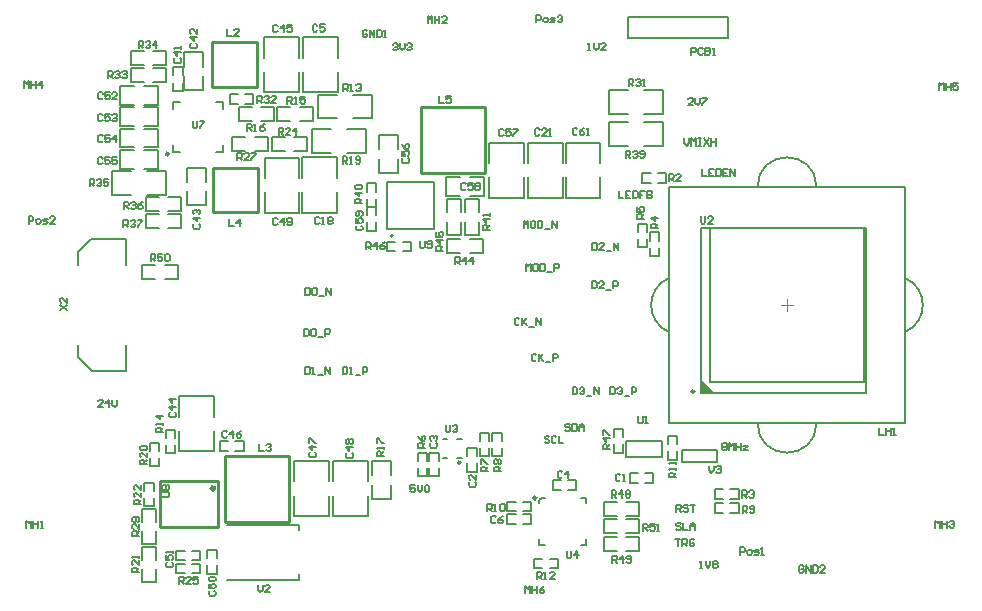
<source format=gto>
G04 Layer_Color=65535*
%FSLAX44Y44*%
%MOMM*%
G71*
G01*
G75*
%ADD44C,0.1500*%
%ADD47C,0.2500*%
%ADD48C,0.3000*%
%ADD53C,0.2000*%
%ADD85C,0.2540*%
%ADD86C,0.1524*%
%ADD87C,0.1000*%
G36*
X586950Y175350D02*
X576950D01*
Y185350D01*
X586950Y175350D01*
D02*
G37*
D44*
X265500Y71200D02*
X295000D01*
Y88700D01*
X265490D02*
X265500Y71200D01*
X295000Y118200D02*
X295010Y100700D01*
X265500D02*
Y118200D01*
X295000D01*
X232500Y71200D02*
X262000D01*
Y88700D01*
X232490D02*
X232500Y71200D01*
X262000Y118200D02*
X262010Y100700D01*
X232500D02*
Y118200D01*
X262000D01*
X462500Y340500D02*
X492000D01*
Y358000D01*
X462490D02*
X462500Y340500D01*
X492000Y387500D02*
X492010Y370000D01*
X462500D02*
Y387500D01*
X492000D01*
X430500Y340500D02*
X460000D01*
Y358000D01*
X430490D02*
X430500Y340500D01*
X460000Y387500D02*
X460010Y370000D01*
X430500D02*
Y387500D01*
X460000D01*
X398000Y340500D02*
X427500D01*
Y358000D01*
X397990D02*
X398000Y340500D01*
X427500Y387500D02*
X427510Y370000D01*
X398000D02*
Y387500D01*
X427500D01*
X240000Y430000D02*
X269500D01*
Y447500D01*
X239990D02*
X240000Y430000D01*
X269500Y477000D02*
X269510Y459500D01*
X240000D02*
Y477000D01*
X269500D01*
X239750Y375000D02*
X269250D01*
X239750Y357500D02*
Y375000D01*
X269250D02*
X269260Y357500D01*
X239740Y345500D02*
X239750Y328000D01*
X269250D02*
Y345500D01*
X239750Y328000D02*
X269250D01*
X436000Y35250D02*
X443000D01*
X449000D02*
X456000D01*
X436000Y27250D02*
X443000D01*
X449000D02*
X456000D01*
X436000D02*
Y35250D01*
X456000Y27250D02*
Y35250D01*
X362500Y294000D02*
Y306000D01*
X392500Y294000D02*
Y306000D01*
X362500D02*
X373500D01*
X381500D02*
X392500D01*
X362500Y294000D02*
X373500D01*
X381500D02*
X392500D01*
X133000Y31000D02*
X140000D01*
X146000D02*
X153000D01*
X133000Y23000D02*
X140000D01*
X146000D02*
X153000D01*
X133000D02*
Y31000D01*
X153000Y23000D02*
Y31000D01*
X124000Y144500D02*
X132000D01*
X124000Y124500D02*
X132000D01*
Y137500D02*
Y144500D01*
Y124500D02*
Y131500D01*
X124000Y137500D02*
Y144500D01*
Y124500D02*
Y131500D01*
X135500Y173000D02*
X165000D01*
X135500Y155500D02*
Y173000D01*
X165000D02*
X165010Y155500D01*
X135490Y143500D02*
X135500Y126000D01*
X165000D02*
Y143500D01*
X135500Y126000D02*
X165000D01*
X170000Y134500D02*
X177000D01*
X183000D02*
X190000D01*
X170000Y126500D02*
X177000D01*
X183000D02*
X190000D01*
X170000D02*
Y134500D01*
X190000Y126500D02*
Y134500D01*
X398000Y135000D02*
Y142000D01*
Y122000D02*
Y129000D01*
X390000Y135000D02*
Y142000D01*
Y122000D02*
Y129000D01*
Y142000D02*
X398000D01*
X390000Y122000D02*
X398000D01*
X413250Y83250D02*
X420250D01*
X426250D02*
X433250D01*
X413250Y75250D02*
X420250D01*
X426250D02*
X433250D01*
X413250D02*
Y83250D01*
X433250Y75250D02*
Y83250D01*
X106000Y79500D02*
Y86500D01*
Y92500D02*
Y99500D01*
X114000Y79500D02*
Y86500D01*
Y92500D02*
Y99500D01*
X106000Y79500D02*
X114000D01*
X106000Y99500D02*
X114000D01*
X523500Y299000D02*
Y306000D01*
Y312000D02*
Y319000D01*
X531500Y299000D02*
Y306000D01*
Y312000D02*
Y319000D01*
X523500Y299000D02*
X531500D01*
X523500Y319000D02*
X531500D01*
X118500Y126500D02*
Y133500D01*
Y113500D02*
Y120500D01*
X110500Y126500D02*
Y133500D01*
Y113500D02*
Y120500D01*
Y133500D02*
X118500D01*
X110500Y113500D02*
X118500D01*
X104000Y15500D02*
X116000D01*
X104000Y45500D02*
X116000D01*
X104000Y15500D02*
Y26500D01*
Y34500D02*
Y45500D01*
X116000Y15500D02*
Y26500D01*
Y34500D02*
Y45500D01*
X104000Y47500D02*
X116000D01*
X104000Y77500D02*
X116000D01*
X104000Y47500D02*
Y58500D01*
Y66500D02*
Y77500D01*
X116000Y47500D02*
Y58500D01*
Y66500D02*
Y77500D01*
X167000Y35500D02*
Y42500D01*
Y22500D02*
Y29500D01*
X159000Y35500D02*
Y42500D01*
Y22500D02*
Y29500D01*
Y42500D02*
X167000D01*
X159000Y22500D02*
X167000D01*
X146000Y34000D02*
X153000D01*
X133000D02*
X140000D01*
X146000Y42000D02*
X153000D01*
X133000D02*
X140000D01*
X153000Y34000D02*
Y42000D01*
X133000Y34000D02*
Y42000D01*
X107000Y315000D02*
Y327000D01*
X137000Y315000D02*
Y327000D01*
X107000D02*
X118000D01*
X126000D02*
X137000D01*
X107000Y315000D02*
X118000D01*
X126000D02*
X137000D01*
X107000Y329500D02*
Y341500D01*
X137000Y329500D02*
Y341500D01*
X107000D02*
X118000D01*
X126000D02*
X137000D01*
X107000Y329500D02*
X118000D01*
X126000D02*
X137000D01*
X117250Y365375D02*
Y381375D01*
X85250Y365375D02*
Y381375D01*
X105250Y365375D02*
X117250D01*
X85250D02*
X97250D01*
X105250Y381375D02*
X117250D01*
X85250D02*
X97250D01*
X191250Y420375D02*
X198250D01*
X178250D02*
X185250D01*
X191250Y428375D02*
X198250D01*
X178250D02*
X185250D01*
X198250Y420375D02*
Y428375D01*
X178250Y420375D02*
Y428375D01*
X248500Y406000D02*
Y418000D01*
X218500Y406000D02*
Y418000D01*
X237500Y406000D02*
X248500D01*
X218500D02*
X229500D01*
X237500Y418000D02*
X248500D01*
X218500D02*
X229500D01*
X311500Y303750D02*
X318500D01*
X324500D02*
X331500D01*
X311500Y295750D02*
X318500D01*
X324500D02*
X331500D01*
X311500D02*
Y303750D01*
X331500Y295750D02*
Y303750D01*
X362000Y309500D02*
X374000D01*
X362000Y339500D02*
X374000D01*
X362000Y309500D02*
Y320500D01*
Y328500D02*
Y339500D01*
X374000Y309500D02*
Y320500D01*
Y328500D02*
Y339500D01*
X294000Y333000D02*
Y340000D01*
Y346000D02*
Y353000D01*
X302000Y333000D02*
Y340000D01*
Y346000D02*
Y353000D01*
X294000Y333000D02*
X302000D01*
X294000Y353000D02*
X302000D01*
X393500Y342000D02*
Y358000D01*
X361500Y342000D02*
Y358000D01*
X381500Y342000D02*
X393500D01*
X361500D02*
X373500D01*
X381500Y358000D02*
X393500D01*
X361500D02*
X373500D01*
X94500Y453000D02*
Y465000D01*
X124500Y453000D02*
Y465000D01*
X94500D02*
X105500D01*
X113500D02*
X124500D01*
X94500Y453000D02*
X105500D01*
X113500D02*
X124500D01*
X94500Y438500D02*
Y450500D01*
X124500Y438500D02*
Y450500D01*
X94500D02*
X105500D01*
X113500D02*
X124500D01*
X94500Y438500D02*
X105500D01*
X113500D02*
X124500D01*
X138250Y444375D02*
Y451375D01*
Y431375D02*
Y438375D01*
X130250Y444375D02*
Y451375D01*
Y431375D02*
Y438375D01*
Y451375D02*
X138250D01*
X130250Y431375D02*
X138250D01*
X302000Y326000D02*
Y333000D01*
Y313000D02*
Y320000D01*
X294000Y326000D02*
Y333000D01*
Y313000D02*
Y320000D01*
Y333000D02*
X302000D01*
X294000Y313000D02*
X302000D01*
X85250Y399375D02*
X97250D01*
X105250D02*
X117250D01*
X85250Y383375D02*
X97250D01*
X105250D02*
X117250D01*
X85250D02*
Y399375D01*
X117250Y383375D02*
Y399375D01*
X207250Y430000D02*
X236750D01*
Y447500D01*
X207240D02*
X207250Y430000D01*
X236750Y477000D02*
X236760Y459500D01*
X207250D02*
Y477000D01*
X236750D01*
X207750Y374875D02*
X237250D01*
X207750Y357375D02*
Y374875D01*
X237250D02*
X237260Y357375D01*
X207740Y345375D02*
X207750Y327875D01*
X237250D02*
Y345375D01*
X207750Y327875D02*
X237250D01*
X117250Y419375D02*
Y435375D01*
X85250Y419375D02*
Y435375D01*
X105250Y419375D02*
X117250D01*
X85250D02*
X97250D01*
X105250Y435375D02*
X117250D01*
X85250D02*
X97250D01*
X377500Y339500D02*
X389500D01*
X377500Y309500D02*
X389500D01*
Y328500D02*
Y339500D01*
Y309500D02*
Y320500D01*
X377500Y328500D02*
Y339500D01*
Y309500D02*
Y320500D01*
X305000Y362000D02*
X321000D01*
X305000Y394000D02*
X321000D01*
X305000Y362000D02*
Y374000D01*
Y382000D02*
Y394000D01*
X321000Y362000D02*
Y374000D01*
Y382000D02*
Y394000D01*
X85250Y417375D02*
X97250D01*
X105250D02*
X117250D01*
X85250Y401375D02*
X97250D01*
X105250D02*
X117250D01*
X85250D02*
Y417375D01*
X117250Y401375D02*
Y417375D01*
X139750Y431875D02*
X155750D01*
X139750Y463875D02*
X155750D01*
X139750Y431875D02*
Y443875D01*
Y451875D02*
Y463875D01*
X155750Y431875D02*
Y443875D01*
Y451875D02*
Y463875D01*
X186000Y406000D02*
Y418000D01*
X216000Y406000D02*
Y418000D01*
X186000D02*
X197000D01*
X205000D02*
X216000D01*
X186000Y406000D02*
X197000D01*
X205000D02*
X216000D01*
X244000Y380250D02*
Y392250D01*
X214000Y380250D02*
Y392250D01*
X233000Y380250D02*
X244000D01*
X214000D02*
X225000D01*
X233000Y392250D02*
X244000D01*
X214000D02*
X225000D01*
X180500Y380250D02*
Y392250D01*
X210500Y380250D02*
Y392250D01*
X180500D02*
X191500D01*
X199500D02*
X210500D01*
X180500Y380250D02*
X191500D01*
X199500D02*
X210500D01*
X141750Y366375D02*
X157750D01*
X141750Y334375D02*
X157750D01*
Y354375D02*
Y366375D01*
Y334375D02*
Y346375D01*
X141750Y354375D02*
Y366375D01*
Y334375D02*
Y346375D01*
X542000Y304500D02*
Y311500D01*
Y291500D02*
Y298500D01*
X534000Y304500D02*
Y311500D01*
Y291500D02*
Y298500D01*
Y311500D02*
X542000D01*
X534000Y291500D02*
X542000D01*
X540500Y353500D02*
X547500D01*
X527500D02*
X534500D01*
X540500Y361500D02*
X547500D01*
X527500D02*
X534500D01*
X547500Y353500D02*
Y361500D01*
X527500Y353500D02*
Y361500D01*
X379500Y109000D02*
Y116000D01*
Y122000D02*
Y129000D01*
X387500Y109000D02*
Y116000D01*
Y122000D02*
Y129000D01*
X379500Y109000D02*
X387500D01*
X379500Y129000D02*
X387500D01*
X529750Y99500D02*
X536750D01*
X516750D02*
X523750D01*
X529750Y107500D02*
X536750D01*
X516750D02*
X523750D01*
X536750Y99500D02*
Y107500D01*
X516750Y99500D02*
Y107500D01*
X345250Y118000D02*
Y125000D01*
Y105000D02*
Y112000D01*
X337250Y118000D02*
Y125000D01*
Y105000D02*
Y112000D01*
Y125000D02*
X345250D01*
X337250Y105000D02*
X345250D01*
X408500Y135000D02*
Y142000D01*
Y122000D02*
Y129000D01*
X400500Y135000D02*
Y142000D01*
Y122000D02*
Y129000D01*
Y142000D02*
X408500D01*
X400500Y122000D02*
X408500D01*
X602000Y86000D02*
X609000D01*
X589000D02*
X596000D01*
X602000Y94000D02*
X609000D01*
X589000D02*
X596000D01*
X609000Y86000D02*
Y94000D01*
X589000Y86000D02*
Y94000D01*
X355250Y118000D02*
Y125000D01*
Y105000D02*
Y112000D01*
X347250Y118000D02*
Y125000D01*
Y105000D02*
Y112000D01*
Y125000D02*
X355250D01*
X347250Y105000D02*
X355250D01*
X602000Y74000D02*
X609000D01*
X589000D02*
X596000D01*
X602000Y82000D02*
X609000D01*
X589000D02*
X596000D01*
X609000Y74000D02*
Y82000D01*
X589000Y74000D02*
Y82000D01*
X451750Y101500D02*
X458750D01*
X464750D02*
X471750D01*
X451750Y93500D02*
X458750D01*
X464750D02*
X471750D01*
X451750D02*
Y101500D01*
X471750Y93500D02*
Y101500D01*
X426250Y64750D02*
X433250D01*
X413250D02*
X420250D01*
X426250Y72750D02*
X433250D01*
X413250D02*
X420250D01*
X433250Y64750D02*
Y72750D01*
X413250Y64750D02*
Y72750D01*
X299000Y86000D02*
Y98000D01*
Y106000D02*
Y118000D01*
X315000Y86000D02*
Y98000D01*
Y106000D02*
Y118000D01*
X299000Y86000D02*
X315000D01*
X299000Y118000D02*
X315000D01*
X495000Y54000D02*
X506000D01*
X514000D02*
X525000D01*
X495000Y42000D02*
X506000D01*
X514000D02*
X525000D01*
X495000D02*
Y54000D01*
X525000Y42000D02*
Y54000D01*
X495000Y83500D02*
X506000D01*
X514000D02*
X525000D01*
X495000Y71500D02*
X506000D01*
X514000D02*
X525000D01*
X495000D02*
Y83500D01*
X525000Y71500D02*
Y83500D01*
X298750Y408000D02*
Y428000D01*
X252750Y408000D02*
Y428000D01*
X282750Y408000D02*
X298750D01*
X252750D02*
X268750D01*
X282750Y428000D02*
X298750D01*
X252750D02*
X268750D01*
X293750Y379000D02*
Y399000D01*
X247750Y379000D02*
Y399000D01*
X277750Y379000D02*
X293750D01*
X247750D02*
X263750D01*
X277750Y399000D02*
X293750D01*
X247750D02*
X263750D01*
X545000Y412000D02*
Y432000D01*
X499000Y412000D02*
Y432000D01*
X529000Y412000D02*
X545000D01*
X499000D02*
X515000D01*
X529000Y432000D02*
X545000D01*
X499000D02*
X515000D01*
X78500Y343500D02*
Y363500D01*
X124500Y343500D02*
Y363500D01*
X78500D02*
X94500D01*
X108500D02*
X124500D01*
X78500Y343500D02*
X94500D01*
X108500D02*
X124500D01*
X545000Y385000D02*
Y405000D01*
X499000Y385000D02*
Y405000D01*
X529000Y385000D02*
X545000D01*
X499000D02*
X515000D01*
X529000Y405000D02*
X545000D01*
X499000D02*
X515000D01*
X495000Y68750D02*
X506000D01*
X514000D02*
X525000D01*
X495000Y56750D02*
X506000D01*
X514000D02*
X525000D01*
X495000D02*
Y68750D01*
X525000Y56750D02*
Y68750D01*
X104000Y284000D02*
X115000D01*
X123000D02*
X134000D01*
X104000Y272000D02*
X115000D01*
X123000D02*
X134000D01*
X104000D02*
Y284000D01*
X134000Y272000D02*
Y284000D01*
X549000Y139000D02*
X557000D01*
X549000Y119000D02*
X557000D01*
Y132000D02*
Y139000D01*
Y119000D02*
Y126000D01*
X549000Y132000D02*
Y139000D01*
Y119000D02*
Y126000D01*
X561000Y116900D02*
X591000D01*
X561000D02*
Y127350D01*
X591000D01*
Y116900D02*
Y127350D01*
X503500Y145000D02*
X511500D01*
X503500Y125000D02*
X511500D01*
Y138000D02*
Y145000D01*
Y125000D02*
Y132000D01*
X503500Y138000D02*
Y145000D01*
Y125000D02*
Y132000D01*
X472499Y398998D02*
X471499Y399998D01*
X469500D01*
X468500Y398998D01*
Y395000D01*
X469500Y394000D01*
X471499D01*
X472499Y395000D01*
X478497Y399998D02*
X476497Y398998D01*
X474498Y396999D01*
Y395000D01*
X475498Y394000D01*
X477497D01*
X478497Y395000D01*
Y395999D01*
X477497Y396999D01*
X474498D01*
X480496Y394000D02*
X482495D01*
X481496D01*
Y399998D01*
X480496Y398998D01*
X440499Y398498D02*
X439499Y399498D01*
X437500D01*
X436500Y398498D01*
Y394500D01*
X437500Y393500D01*
X439499D01*
X440499Y394500D01*
X446497Y393500D02*
X442498D01*
X446497Y397499D01*
Y398498D01*
X445497Y399498D01*
X443498D01*
X442498Y398498D01*
X448496Y393500D02*
X450495D01*
X449496D01*
Y399498D01*
X448496Y398498D01*
X254249Y323248D02*
X253249Y324248D01*
X251250D01*
X250250Y323248D01*
Y319250D01*
X251250Y318250D01*
X253249D01*
X254249Y319250D01*
X256248Y318250D02*
X258247D01*
X257248D01*
Y324248D01*
X256248Y323248D01*
X261246D02*
X262246Y324248D01*
X264245D01*
X265245Y323248D01*
Y322249D01*
X264245Y321249D01*
X265245Y320249D01*
Y319250D01*
X264245Y318250D01*
X262246D01*
X261246Y319250D01*
Y320249D01*
X262246Y321249D01*
X261246Y322249D01*
Y323248D01*
X262246Y321249D02*
X264245D01*
X252499Y486498D02*
X251499Y487498D01*
X249500D01*
X248500Y486498D01*
Y482500D01*
X249500Y481500D01*
X251499D01*
X252499Y482500D01*
X258497Y487498D02*
X254498D01*
Y484499D01*
X256497Y485499D01*
X257497D01*
X258497Y484499D01*
Y482500D01*
X257497Y481500D01*
X255498D01*
X254498Y482500D01*
X70749Y163750D02*
X66750D01*
X70749Y167749D01*
Y168748D01*
X69749Y169748D01*
X67750D01*
X66750Y168748D01*
X75747Y163750D02*
Y169748D01*
X72748Y166749D01*
X76747D01*
X78746Y169748D02*
Y165749D01*
X80745Y163750D01*
X82745Y165749D01*
Y169748D01*
X335197Y97280D02*
X331199D01*
Y94281D01*
X333198Y95281D01*
X334198D01*
X335197Y94281D01*
Y92282D01*
X334198Y91282D01*
X332198D01*
X331199Y92282D01*
X337197Y97280D02*
Y93282D01*
X339196Y91282D01*
X341195Y93282D01*
Y97280D01*
X343195Y96281D02*
X344195Y97280D01*
X346194D01*
X347194Y96281D01*
Y92282D01*
X346194Y91282D01*
X344195D01*
X343195Y92282D01*
Y96281D01*
X728000Y145998D02*
Y140000D01*
X731999D01*
X733998Y145998D02*
Y140000D01*
Y142999D01*
X737997D01*
Y145998D01*
Y140000D01*
X739996D02*
X741995D01*
X740996D01*
Y145998D01*
X739996Y144998D01*
X550000Y355000D02*
Y360998D01*
X552999D01*
X553999Y359998D01*
Y357999D01*
X552999Y356999D01*
X550000D01*
X551999D02*
X553999Y355000D01*
X559997D02*
X555998D01*
X559997Y358999D01*
Y359998D01*
X558997Y360998D01*
X556998D01*
X555998Y359998D01*
X570249Y419000D02*
X566250D01*
X570249Y422999D01*
Y423998D01*
X569249Y424998D01*
X567250D01*
X566250Y423998D01*
X572248Y424998D02*
Y420999D01*
X574247Y419000D01*
X576247Y420999D01*
Y424998D01*
X578246D02*
X582245D01*
Y423998D01*
X578246Y420000D01*
Y419000D01*
X481500Y465750D02*
X483499D01*
X482500D01*
Y471748D01*
X481500Y470748D01*
X486498Y471748D02*
Y467749D01*
X488498Y465750D01*
X490497Y467749D01*
Y471748D01*
X496495Y465750D02*
X492496D01*
X496495Y469749D01*
Y470748D01*
X495495Y471748D01*
X493496D01*
X492496Y470748D01*
X524000Y155998D02*
Y151000D01*
X525000Y150000D01*
X526999D01*
X527999Y151000D01*
Y155998D01*
X529998Y150000D02*
X531997D01*
X530998D01*
Y155998D01*
X529998Y154998D01*
X612500Y74000D02*
Y79998D01*
X615499D01*
X616499Y78998D01*
Y76999D01*
X615499Y75999D01*
X612500D01*
X614499D02*
X616499Y74000D01*
X618498Y75000D02*
X619498Y74000D01*
X621497D01*
X622497Y75000D01*
Y78998D01*
X621497Y79998D01*
X619498D01*
X618498Y78998D01*
Y77999D01*
X619498Y76999D01*
X622497D01*
X612000Y87000D02*
Y92998D01*
X614999D01*
X615999Y91998D01*
Y89999D01*
X614999Y88999D01*
X612000D01*
X613999D02*
X615999Y87000D01*
X617998Y91998D02*
X618998Y92998D01*
X620997D01*
X621997Y91998D01*
Y90999D01*
X620997Y89999D01*
X619997D01*
X620997D01*
X621997Y88999D01*
Y88000D01*
X620997Y87000D01*
X618998D01*
X617998Y88000D01*
X343750Y129250D02*
X337752D01*
Y132249D01*
X338752Y133249D01*
X340751D01*
X341751Y132249D01*
Y129250D01*
Y131249D02*
X343750Y133249D01*
X337752Y139247D02*
X338752Y137247D01*
X340751Y135248D01*
X342750D01*
X343750Y136248D01*
Y138247D01*
X342750Y139247D01*
X341751D01*
X340751Y138247D01*
Y135248D01*
X408000Y109250D02*
X402002D01*
Y112249D01*
X403002Y113249D01*
X405001D01*
X406001Y112249D01*
Y109250D01*
Y111249D02*
X408000Y113249D01*
X403002Y115248D02*
X402002Y116248D01*
Y118247D01*
X403002Y119247D01*
X404001D01*
X405001Y118247D01*
X406001Y119247D01*
X407000D01*
X408000Y118247D01*
Y116248D01*
X407000Y115248D01*
X406001D01*
X405001Y116248D01*
X404001Y115248D01*
X403002D01*
X405001Y116248D02*
Y118247D01*
X507500Y346498D02*
Y340500D01*
X511499D01*
X517497Y346498D02*
X513498D01*
Y340500D01*
X517497D01*
X513498Y343499D02*
X515497D01*
X519496Y346498D02*
Y340500D01*
X522495D01*
X523495Y341500D01*
Y345498D01*
X522495Y346498D01*
X519496D01*
X529493D02*
X525494D01*
Y343499D01*
X527494D01*
X525494D01*
Y340500D01*
X531492Y346498D02*
Y340500D01*
X534491D01*
X535491Y341500D01*
Y342499D01*
X534491Y343499D01*
X531492D01*
X534491D01*
X535491Y344499D01*
Y345498D01*
X534491Y346498D01*
X531492D01*
X403499Y70248D02*
X402499Y71248D01*
X400500D01*
X399500Y70248D01*
Y66250D01*
X400500Y65250D01*
X402499D01*
X403499Y66250D01*
X409497Y71248D02*
X407497Y70248D01*
X405498Y68249D01*
Y66250D01*
X406498Y65250D01*
X408497D01*
X409497Y66250D01*
Y67249D01*
X408497Y68249D01*
X405498D01*
X459749Y108748D02*
X458749Y109748D01*
X456750D01*
X455750Y108748D01*
Y104750D01*
X456750Y103750D01*
X458749D01*
X459749Y104750D01*
X464747Y103750D02*
Y109748D01*
X461748Y106749D01*
X465747D01*
X349002Y133249D02*
X348002Y132249D01*
Y130250D01*
X349002Y129250D01*
X353000D01*
X354000Y130250D01*
Y132249D01*
X353000Y133249D01*
X349002Y135248D02*
X348002Y136248D01*
Y138247D01*
X349002Y139247D01*
X350001D01*
X351001Y138247D01*
Y137247D01*
Y138247D01*
X352001Y139247D01*
X353000D01*
X354000Y138247D01*
Y136248D01*
X353000Y135248D01*
X508999Y105998D02*
X507999Y106998D01*
X506000D01*
X505000Y105998D01*
Y102000D01*
X506000Y101000D01*
X507999D01*
X508999Y102000D01*
X510998Y101000D02*
X512997D01*
X511998D01*
Y106998D01*
X510998Y105998D01*
X381502Y100249D02*
X380502Y99249D01*
Y97250D01*
X381502Y96250D01*
X385500D01*
X386500Y97250D01*
Y99249D01*
X385500Y100249D01*
X386500Y106247D02*
Y102248D01*
X382501Y106247D01*
X381502D01*
X380502Y105247D01*
Y103248D01*
X381502Y102248D01*
X513500Y374750D02*
Y380748D01*
X516499D01*
X517499Y379748D01*
Y377749D01*
X516499Y376749D01*
X513500D01*
X515499D02*
X517499Y374750D01*
X519498Y379748D02*
X520498Y380748D01*
X522497D01*
X523497Y379748D01*
Y378749D01*
X522497Y377749D01*
X521497D01*
X522497D01*
X523497Y376749D01*
Y375750D01*
X522497Y374750D01*
X520498D01*
X519498Y375750D01*
X525496D02*
X526496Y374750D01*
X528495D01*
X529495Y375750D01*
Y379748D01*
X528495Y380748D01*
X526496D01*
X525496Y379748D01*
Y378749D01*
X526496Y377749D01*
X529495D01*
X428500Y5750D02*
Y11748D01*
X430499Y9749D01*
X432499Y11748D01*
Y5750D01*
X434498Y11748D02*
Y5750D01*
Y8749D01*
X438497D01*
Y11748D01*
Y5750D01*
X444495Y11748D02*
X442495Y10748D01*
X440496Y8749D01*
Y6750D01*
X441496Y5750D01*
X443495D01*
X444495Y6750D01*
Y7749D01*
X443495Y8749D01*
X440496D01*
X541000Y315000D02*
X535002D01*
Y317999D01*
X536002Y318999D01*
X538001D01*
X539001Y317999D01*
Y315000D01*
Y316999D02*
X541000Y318999D01*
Y323997D02*
X535002D01*
X538001Y320998D01*
Y324997D01*
X563000Y390998D02*
Y386999D01*
X564999Y385000D01*
X566999Y386999D01*
Y390998D01*
X568998Y385000D02*
Y390998D01*
X570997Y388999D01*
X572997Y390998D01*
Y385000D01*
X574996Y390998D02*
X576996D01*
X575996D01*
Y385000D01*
X574996D01*
X576996D01*
X579995Y390998D02*
X583993Y385000D01*
Y390998D02*
X579995Y385000D01*
X585993Y390998D02*
Y385000D01*
Y387999D01*
X589991D01*
Y390998D01*
Y385000D01*
X177500Y322498D02*
Y316500D01*
X181499D01*
X186497D02*
Y322498D01*
X183498Y319499D01*
X187497D01*
X148252Y318749D02*
X147252Y317749D01*
Y315750D01*
X148252Y314750D01*
X152250D01*
X153250Y315750D01*
Y317749D01*
X152250Y318749D01*
X153250Y323747D02*
X147252D01*
X150251Y320748D01*
Y324747D01*
X148252Y326746D02*
X147252Y327746D01*
Y329745D01*
X148252Y330745D01*
X149251D01*
X150251Y329745D01*
Y328745D01*
Y329745D01*
X151251Y330745D01*
X152250D01*
X153250Y329745D01*
Y327746D01*
X152250Y326746D01*
X576250Y27500D02*
X578249D01*
X577250D01*
Y33498D01*
X576250Y32498D01*
X581248Y33498D02*
Y29499D01*
X583248Y27500D01*
X585247Y29499D01*
Y33498D01*
X587246Y32498D02*
X588246Y33498D01*
X590246D01*
X591245Y32498D01*
Y31499D01*
X590246Y30499D01*
X591245Y29499D01*
Y28500D01*
X590246Y27500D01*
X588246D01*
X587246Y28500D01*
Y29499D01*
X588246Y30499D01*
X587246Y31499D01*
Y32498D01*
X588246Y30499D02*
X590246D01*
X184500Y372500D02*
Y378498D01*
X187499D01*
X188499Y377498D01*
Y375499D01*
X187499Y374499D01*
X184500D01*
X186499D02*
X188499Y372500D01*
X194497D02*
X190498D01*
X194497Y376499D01*
Y377498D01*
X193497Y378498D01*
X191498D01*
X190498Y377498D01*
X196496Y378498D02*
X200495D01*
Y377498D01*
X196496Y373500D01*
Y372500D01*
X219500Y394250D02*
Y400248D01*
X222499D01*
X223499Y399248D01*
Y397249D01*
X222499Y396249D01*
X219500D01*
X221499D02*
X223499Y394250D01*
X229497D02*
X225498D01*
X229497Y398249D01*
Y399248D01*
X228497Y400248D01*
X226498D01*
X225498Y399248D01*
X234495Y394250D02*
Y400248D01*
X231496Y397249D01*
X235495D01*
X192750Y397500D02*
Y403498D01*
X195749D01*
X196749Y402498D01*
Y400499D01*
X195749Y399499D01*
X192750D01*
X194749D02*
X196749Y397500D01*
X198748D02*
X200747D01*
X199748D01*
Y403498D01*
X198748Y402498D01*
X207745Y403498D02*
X205746Y402498D01*
X203746Y400499D01*
Y398500D01*
X204746Y397500D01*
X206745D01*
X207745Y398500D01*
Y399499D01*
X206745Y400499D01*
X203746D01*
X294749Y481748D02*
X293749Y482748D01*
X291750D01*
X290750Y481748D01*
Y477750D01*
X291750Y476750D01*
X293749D01*
X294749Y477750D01*
Y479749D01*
X292749D01*
X296748Y476750D02*
Y482748D01*
X300747Y476750D01*
Y482748D01*
X302746D02*
Y476750D01*
X305745D01*
X306745Y477750D01*
Y481748D01*
X305745Y482748D01*
X302746D01*
X308744Y476750D02*
X310744D01*
X309744D01*
Y482748D01*
X308744Y481748D01*
X355500Y427248D02*
Y421250D01*
X359499D01*
X365497Y427248D02*
X361498D01*
Y424249D01*
X363497Y425249D01*
X364497D01*
X365497Y424249D01*
Y422250D01*
X364497Y421250D01*
X362498D01*
X361498Y422250D01*
X339250Y304498D02*
Y299500D01*
X340250Y298500D01*
X342249D01*
X343249Y299500D01*
Y304498D01*
X345248Y299500D02*
X346248Y298500D01*
X348247D01*
X349247Y299500D01*
Y303498D01*
X348247Y304498D01*
X346248D01*
X345248Y303498D01*
Y302499D01*
X346248Y301499D01*
X349247D01*
X316250Y470498D02*
X317250Y471498D01*
X319249D01*
X320249Y470498D01*
Y469499D01*
X319249Y468499D01*
X318249D01*
X319249D01*
X320249Y467499D01*
Y466500D01*
X319249Y465500D01*
X317250D01*
X316250Y466500D01*
X322248Y471498D02*
Y467499D01*
X324247Y465500D01*
X326247Y467499D01*
Y471498D01*
X328246Y470498D02*
X329246Y471498D01*
X331245D01*
X332245Y470498D01*
Y469499D01*
X331245Y468499D01*
X330246D01*
X331245D01*
X332245Y467499D01*
Y466500D01*
X331245Y465500D01*
X329246D01*
X328246Y466500D01*
X145752Y471499D02*
X144752Y470499D01*
Y468500D01*
X145752Y467500D01*
X149750D01*
X150750Y468500D01*
Y470499D01*
X149750Y471499D01*
X150750Y476497D02*
X144752D01*
X147751Y473498D01*
Y477497D01*
X150750Y483495D02*
Y479496D01*
X146751Y483495D01*
X145752D01*
X144752Y482495D01*
Y480496D01*
X145752Y479496D01*
X70499Y410748D02*
X69499Y411748D01*
X67500D01*
X66500Y410748D01*
Y406750D01*
X67500Y405750D01*
X69499D01*
X70499Y406750D01*
X76497Y411748D02*
X72498D01*
Y408749D01*
X74497Y409749D01*
X75497D01*
X76497Y408749D01*
Y406750D01*
X75497Y405750D01*
X73498D01*
X72498Y406750D01*
X78496Y410748D02*
X79496Y411748D01*
X81495D01*
X82495Y410748D01*
Y409749D01*
X81495Y408749D01*
X80496D01*
X81495D01*
X82495Y407749D01*
Y406750D01*
X81495Y405750D01*
X79496D01*
X78496Y406750D01*
X325002Y374499D02*
X324002Y373499D01*
Y371500D01*
X325002Y370500D01*
X329000D01*
X330000Y371500D01*
Y373499D01*
X329000Y374499D01*
X324002Y380497D02*
Y376498D01*
X327001D01*
X326001Y378497D01*
Y379497D01*
X327001Y380497D01*
X329000D01*
X330000Y379497D01*
Y377498D01*
X329000Y376498D01*
X324002Y386495D02*
X325002Y384496D01*
X327001Y382496D01*
X329000D01*
X330000Y383496D01*
Y385495D01*
X329000Y386495D01*
X328001D01*
X327001Y385495D01*
Y382496D01*
X146750Y405873D02*
Y400875D01*
X147750Y399875D01*
X149749D01*
X150749Y400875D01*
Y405873D01*
X152748D02*
X156747D01*
Y404873D01*
X152748Y400875D01*
Y399875D01*
X398250Y313500D02*
X392252D01*
Y316499D01*
X393252Y317499D01*
X395251D01*
X396251Y316499D01*
Y313500D01*
Y315499D02*
X398250Y317499D01*
Y322497D02*
X392252D01*
X395251Y319498D01*
Y323497D01*
X398250Y325496D02*
Y327495D01*
Y326496D01*
X392252D01*
X393252Y325496D01*
X70749Y428998D02*
X69749Y429998D01*
X67750D01*
X66750Y428998D01*
Y425000D01*
X67750Y424000D01*
X69749D01*
X70749Y425000D01*
X76747Y429998D02*
X72748D01*
Y426999D01*
X74747Y427999D01*
X75747D01*
X76747Y426999D01*
Y425000D01*
X75747Y424000D01*
X73748D01*
X72748Y425000D01*
X82745Y424000D02*
X78746D01*
X82745Y427999D01*
Y428998D01*
X81745Y429998D01*
X79746D01*
X78746Y428998D01*
X218749Y322498D02*
X217749Y323498D01*
X215750D01*
X214750Y322498D01*
Y318500D01*
X215750Y317500D01*
X217749D01*
X218749Y318500D01*
X223747Y317500D02*
Y323498D01*
X220748Y320499D01*
X224747D01*
X226746Y318500D02*
X227746Y317500D01*
X229745D01*
X230745Y318500D01*
Y322498D01*
X229745Y323498D01*
X227746D01*
X226746Y322498D01*
Y321499D01*
X227746Y320499D01*
X230745D01*
X218749Y486123D02*
X217749Y487123D01*
X215750D01*
X214750Y486123D01*
Y482125D01*
X215750Y481125D01*
X217749D01*
X218749Y482125D01*
X223747Y481125D02*
Y487123D01*
X220748Y484124D01*
X224747D01*
X230745Y487123D02*
X226746D01*
Y484124D01*
X228745Y485124D01*
X229745D01*
X230745Y484124D01*
Y482125D01*
X229745Y481125D01*
X227746D01*
X226746Y482125D01*
X70749Y392748D02*
X69749Y393748D01*
X67750D01*
X66750Y392748D01*
Y388750D01*
X67750Y387750D01*
X69749D01*
X70749Y388750D01*
X76747Y393748D02*
X72748D01*
Y390749D01*
X74747Y391749D01*
X75747D01*
X76747Y390749D01*
Y388750D01*
X75747Y387750D01*
X73748D01*
X72748Y388750D01*
X81745Y387750D02*
Y393748D01*
X78746Y390749D01*
X82745D01*
X409999Y397998D02*
X408999Y398998D01*
X407000D01*
X406000Y397998D01*
Y394000D01*
X407000Y393000D01*
X408999D01*
X409999Y394000D01*
X415997Y398998D02*
X411998D01*
Y395999D01*
X413997Y396999D01*
X414997D01*
X415997Y395999D01*
Y394000D01*
X414997Y393000D01*
X412998D01*
X411998Y394000D01*
X417996Y398998D02*
X421995D01*
Y397998D01*
X417996Y394000D01*
Y393000D01*
X285752Y317249D02*
X284752Y316249D01*
Y314250D01*
X285752Y313250D01*
X289750D01*
X290750Y314250D01*
Y316249D01*
X289750Y317249D01*
X284752Y323247D02*
Y319248D01*
X287751D01*
X286751Y321247D01*
Y322247D01*
X287751Y323247D01*
X289750D01*
X290750Y322247D01*
Y320248D01*
X289750Y319248D01*
Y325246D02*
X290750Y326246D01*
Y328245D01*
X289750Y329245D01*
X285752D01*
X284752Y328245D01*
Y326246D01*
X285752Y325246D01*
X286751D01*
X287751Y326246D01*
Y329245D01*
X131752Y458999D02*
X130752Y457999D01*
Y456000D01*
X131752Y455000D01*
X135750D01*
X136750Y456000D01*
Y457999D01*
X135750Y458999D01*
X136750Y463997D02*
X130752D01*
X133751Y460998D01*
Y464997D01*
X136750Y466996D02*
Y468996D01*
Y467996D01*
X130752D01*
X131752Y466996D01*
X176000Y483748D02*
Y477750D01*
X179999D01*
X185997D02*
X181998D01*
X185997Y481749D01*
Y482748D01*
X184997Y483748D01*
X182998D01*
X181998Y482748D01*
X75000Y442250D02*
Y448248D01*
X77999D01*
X78999Y447248D01*
Y445249D01*
X77999Y444249D01*
X75000D01*
X76999D02*
X78999Y442250D01*
X80998Y447248D02*
X81998Y448248D01*
X83997D01*
X84997Y447248D01*
Y446249D01*
X83997Y445249D01*
X82997D01*
X83997D01*
X84997Y444249D01*
Y443250D01*
X83997Y442250D01*
X81998D01*
X80998Y443250D01*
X86996Y447248D02*
X87996Y448248D01*
X89995D01*
X90995Y447248D01*
Y446249D01*
X89995Y445249D01*
X88996D01*
X89995D01*
X90995Y444249D01*
Y443250D01*
X89995Y442250D01*
X87996D01*
X86996Y443250D01*
X101000Y467500D02*
Y473498D01*
X103999D01*
X104999Y472498D01*
Y470499D01*
X103999Y469499D01*
X101000D01*
X102999D02*
X104999Y467500D01*
X106998Y472498D02*
X107998Y473498D01*
X109997D01*
X110997Y472498D01*
Y471499D01*
X109997Y470499D01*
X108997D01*
X109997D01*
X110997Y469499D01*
Y468500D01*
X109997Y467500D01*
X107998D01*
X106998Y468500D01*
X115995Y467500D02*
Y473498D01*
X112996Y470499D01*
X116995D01*
X361000Y148248D02*
Y143250D01*
X362000Y142250D01*
X363999D01*
X364999Y143250D01*
Y148248D01*
X366998Y147248D02*
X367998Y148248D01*
X369997D01*
X370997Y147248D01*
Y146249D01*
X369997Y145249D01*
X368997D01*
X369997D01*
X370997Y144249D01*
Y143250D01*
X369997Y142250D01*
X367998D01*
X366998Y143250D01*
X377999Y352498D02*
X376999Y353498D01*
X375000D01*
X374000Y352498D01*
Y348500D01*
X375000Y347500D01*
X376999D01*
X377999Y348500D01*
X383997Y353498D02*
X379998D01*
Y350499D01*
X381997Y351499D01*
X382997D01*
X383997Y350499D01*
Y348500D01*
X382997Y347500D01*
X380998D01*
X379998Y348500D01*
X385996Y352498D02*
X386996Y353498D01*
X388995D01*
X389995Y352498D01*
Y351499D01*
X388995Y350499D01*
X389995Y349499D01*
Y348500D01*
X388995Y347500D01*
X386996D01*
X385996Y348500D01*
Y349499D01*
X386996Y350499D01*
X385996Y351499D01*
Y352498D01*
X386996Y350499D02*
X388995D01*
X290500Y336000D02*
X284502D01*
Y338999D01*
X285502Y339999D01*
X287501D01*
X288501Y338999D01*
Y336000D01*
Y337999D02*
X290500Y339999D01*
Y344997D02*
X284502D01*
X287501Y341998D01*
Y345997D01*
X285502Y347996D02*
X284502Y348996D01*
Y350995D01*
X285502Y351995D01*
X289500D01*
X290500Y350995D01*
Y348996D01*
X289500Y347996D01*
X285502D01*
X359000Y296000D02*
X353002D01*
Y298999D01*
X354002Y299999D01*
X356001D01*
X357001Y298999D01*
Y296000D01*
Y297999D02*
X359000Y299999D01*
Y304997D02*
X353002D01*
X356001Y301998D01*
Y305997D01*
X353002Y311995D02*
Y307996D01*
X356001D01*
X355001Y309995D01*
Y310995D01*
X356001Y311995D01*
X358000D01*
X359000Y310995D01*
Y308996D01*
X358000Y307996D01*
X293500Y297000D02*
Y302998D01*
X296499D01*
X297499Y301998D01*
Y299999D01*
X296499Y298999D01*
X293500D01*
X295499D02*
X297499Y297000D01*
X302497D02*
Y302998D01*
X299498Y299999D01*
X303497D01*
X309495Y302998D02*
X307495Y301998D01*
X305496Y299999D01*
Y298000D01*
X306496Y297000D01*
X308495D01*
X309495Y298000D01*
Y298999D01*
X308495Y299999D01*
X305496D01*
X227000Y420500D02*
Y426498D01*
X229999D01*
X230999Y425498D01*
Y423499D01*
X229999Y422499D01*
X227000D01*
X228999D02*
X230999Y420500D01*
X232998D02*
X234997D01*
X233998D01*
Y426498D01*
X232998Y425498D01*
X241995Y426498D02*
X237996D01*
Y423499D01*
X239996Y424499D01*
X240996D01*
X241995Y423499D01*
Y421500D01*
X240996Y420500D01*
X238996D01*
X237996Y421500D01*
X201500Y421000D02*
Y426998D01*
X204499D01*
X205499Y425998D01*
Y423999D01*
X204499Y422999D01*
X201500D01*
X203499D02*
X205499Y421000D01*
X207498Y425998D02*
X208498Y426998D01*
X210497D01*
X211497Y425998D01*
Y424999D01*
X210497Y423999D01*
X209497D01*
X210497D01*
X211497Y422999D01*
Y422000D01*
X210497Y421000D01*
X208498D01*
X207498Y422000D01*
X217495Y421000D02*
X213496D01*
X217495Y424999D01*
Y425998D01*
X216495Y426998D01*
X214496D01*
X213496Y425998D01*
X70499Y373998D02*
X69499Y374998D01*
X67500D01*
X66500Y373998D01*
Y370000D01*
X67500Y369000D01*
X69499D01*
X70499Y370000D01*
X76497Y374998D02*
X72498D01*
Y371999D01*
X74497Y372999D01*
X75497D01*
X76497Y371999D01*
Y370000D01*
X75497Y369000D01*
X73498D01*
X72498Y370000D01*
X82495Y374998D02*
X78496D01*
Y371999D01*
X80496Y372999D01*
X81495D01*
X82495Y371999D01*
Y370000D01*
X81495Y369000D01*
X79496D01*
X78496Y370000D01*
X88500Y331500D02*
Y337498D01*
X91499D01*
X92499Y336498D01*
Y334499D01*
X91499Y333499D01*
X88500D01*
X90499D02*
X92499Y331500D01*
X94498Y336498D02*
X95498Y337498D01*
X97497D01*
X98497Y336498D01*
Y335499D01*
X97497Y334499D01*
X96497D01*
X97497D01*
X98497Y333499D01*
Y332500D01*
X97497Y331500D01*
X95498D01*
X94498Y332500D01*
X104495Y337498D02*
X102495Y336498D01*
X100496Y334499D01*
Y332500D01*
X101496Y331500D01*
X103495D01*
X104495Y332500D01*
Y333499D01*
X103495Y334499D01*
X100496D01*
X88250Y316000D02*
Y321998D01*
X91249D01*
X92249Y320998D01*
Y318999D01*
X91249Y317999D01*
X88250D01*
X90249D02*
X92249Y316000D01*
X94248Y320998D02*
X95248Y321998D01*
X97247D01*
X98247Y320998D01*
Y319999D01*
X97247Y318999D01*
X96247D01*
X97247D01*
X98247Y317999D01*
Y317000D01*
X97247Y316000D01*
X95248D01*
X94248Y317000D01*
X100246Y321998D02*
X104245D01*
Y320998D01*
X100246Y317000D01*
Y316000D01*
X4250Y433500D02*
Y439498D01*
X6249Y437499D01*
X8249Y439498D01*
Y433500D01*
X10248Y439498D02*
Y433500D01*
Y436499D01*
X14247D01*
Y439498D01*
Y433500D01*
X19245D02*
Y439498D01*
X16246Y436499D01*
X20245D01*
X778750Y432000D02*
Y437998D01*
X780749Y435999D01*
X782749Y437998D01*
Y432000D01*
X784748Y437998D02*
Y432000D01*
Y434999D01*
X788747D01*
Y437998D01*
Y432000D01*
X794745Y437998D02*
X790746D01*
Y434999D01*
X792746Y435999D01*
X793745D01*
X794745Y434999D01*
Y433000D01*
X793745Y432000D01*
X791746D01*
X790746Y433000D01*
X203250Y132498D02*
Y126500D01*
X207249D01*
X209248Y131498D02*
X210248Y132498D01*
X212247D01*
X213247Y131498D01*
Y130499D01*
X212247Y129499D01*
X211247D01*
X212247D01*
X213247Y128499D01*
Y127500D01*
X212247Y126500D01*
X210248D01*
X209248Y127500D01*
X125002Y31999D02*
X124002Y30999D01*
Y29000D01*
X125002Y28000D01*
X129000D01*
X130000Y29000D01*
Y30999D01*
X129000Y31999D01*
X124002Y37997D02*
Y33998D01*
X127001D01*
X126001Y35997D01*
Y36997D01*
X127001Y37997D01*
X129000D01*
X130000Y36997D01*
Y34998D01*
X129000Y33998D01*
X130000Y39996D02*
Y41996D01*
Y40996D01*
X124002D01*
X125002Y39996D01*
X161252Y7999D02*
X160252Y6999D01*
Y5000D01*
X161252Y4000D01*
X165250D01*
X166250Y5000D01*
Y6999D01*
X165250Y7999D01*
X160252Y13997D02*
Y9998D01*
X163251D01*
X162251Y11997D01*
Y12997D01*
X163251Y13997D01*
X165250D01*
X166250Y12997D01*
Y10998D01*
X165250Y9998D01*
X161252Y15996D02*
X160252Y16996D01*
Y18995D01*
X161252Y19995D01*
X165250D01*
X166250Y18995D01*
Y16996D01*
X165250Y15996D01*
X161252D01*
X277502Y124449D02*
X276502Y123449D01*
Y121450D01*
X277502Y120450D01*
X281500D01*
X282500Y121450D01*
Y123449D01*
X281500Y124449D01*
X282500Y129447D02*
X276502D01*
X279501Y126448D01*
Y130447D01*
X277502Y132446D02*
X276502Y133446D01*
Y135445D01*
X277502Y136445D01*
X278501D01*
X279501Y135445D01*
X280501Y136445D01*
X281500D01*
X282500Y135445D01*
Y133446D01*
X281500Y132446D01*
X280501D01*
X279501Y133446D01*
X278501Y132446D01*
X277502D01*
X279501Y133446D02*
Y135445D01*
X246252Y125199D02*
X245252Y124199D01*
Y122200D01*
X246252Y121200D01*
X250250D01*
X251250Y122200D01*
Y124199D01*
X250250Y125199D01*
X251250Y130197D02*
X245252D01*
X248251Y127198D01*
Y131197D01*
X245252Y133196D02*
Y137195D01*
X246252D01*
X250250Y133196D01*
X251250D01*
X101750Y54500D02*
X95752D01*
Y57499D01*
X96752Y58499D01*
X98751D01*
X99751Y57499D01*
Y54500D01*
Y56499D02*
X101750Y58499D01*
Y64497D02*
Y60498D01*
X97751Y64497D01*
X96752D01*
X95752Y63497D01*
Y61498D01*
X96752Y60498D01*
X100750Y66496D02*
X101750Y67496D01*
Y69495D01*
X100750Y70495D01*
X96752D01*
X95752Y69495D01*
Y67496D01*
X96752Y66496D01*
X97751D01*
X98751Y67496D01*
Y70495D01*
X101500Y23750D02*
X95502D01*
Y26749D01*
X96502Y27749D01*
X98501D01*
X99501Y26749D01*
Y23750D01*
Y25749D02*
X101500Y27749D01*
Y33747D02*
Y29748D01*
X97501Y33747D01*
X96502D01*
X95502Y32747D01*
Y30748D01*
X96502Y29748D01*
X101500Y35746D02*
Y37745D01*
Y36746D01*
X95502D01*
X96502Y35746D01*
X34502Y246000D02*
X40500Y249999D01*
X34502D02*
X40500Y246000D01*
Y255997D02*
Y251998D01*
X36501Y255997D01*
X35502D01*
X34502Y254997D01*
Y252998D01*
X35502Y251998D01*
X108000Y115000D02*
X102002D01*
Y117999D01*
X103002Y118999D01*
X105001D01*
X106001Y117999D01*
Y115000D01*
Y116999D02*
X108000Y118999D01*
Y124997D02*
Y120998D01*
X104001Y124997D01*
X103002D01*
X102002Y123997D01*
Y121998D01*
X103002Y120998D01*
Y126996D02*
X102002Y127996D01*
Y129995D01*
X103002Y130995D01*
X107000D01*
X108000Y129995D01*
Y127996D01*
X107000Y126996D01*
X103002D01*
X569000Y462000D02*
Y467998D01*
X571999D01*
X572999Y466998D01*
Y464999D01*
X571999Y463999D01*
X569000D01*
X578997Y466998D02*
X577997Y467998D01*
X575998D01*
X574998Y466998D01*
Y463000D01*
X575998Y462000D01*
X577997D01*
X578997Y463000D01*
X580996Y467998D02*
Y462000D01*
X583995D01*
X584995Y463000D01*
Y463999D01*
X583995Y464999D01*
X580996D01*
X583995D01*
X584995Y465999D01*
Y466998D01*
X583995Y467998D01*
X580996D01*
X586994Y462000D02*
X588993D01*
X587994D01*
Y467998D01*
X586994Y466998D01*
X529000Y323000D02*
X523002D01*
Y325999D01*
X524002Y326999D01*
X526001D01*
X527001Y325999D01*
Y323000D01*
Y324999D02*
X529000Y326999D01*
X523002Y332997D02*
Y328998D01*
X526001D01*
X525001Y330997D01*
Y331997D01*
X526001Y332997D01*
X528000D01*
X529000Y331997D01*
Y329998D01*
X528000Y328998D01*
X103250Y81250D02*
X97252D01*
Y84249D01*
X98252Y85249D01*
X100251D01*
X101251Y84249D01*
Y81250D01*
Y83249D02*
X103250Y85249D01*
Y91247D02*
Y87248D01*
X99251Y91247D01*
X98252D01*
X97252Y90247D01*
Y88248D01*
X98252Y87248D01*
X103250Y97245D02*
Y93246D01*
X99251Y97245D01*
X98252D01*
X97252Y96245D01*
Y94246D01*
X98252Y93246D01*
X396000Y75500D02*
Y81498D01*
X398999D01*
X399999Y80498D01*
Y78499D01*
X398999Y77499D01*
X396000D01*
X397999D02*
X399999Y75500D01*
X401998D02*
X403997D01*
X402998D01*
Y81498D01*
X401998Y80498D01*
X406996D02*
X407996Y81498D01*
X409995D01*
X410995Y80498D01*
Y76500D01*
X409995Y75500D01*
X407996D01*
X406996Y76500D01*
Y80498D01*
X396750Y109250D02*
X390752D01*
Y112249D01*
X391752Y113249D01*
X393751D01*
X394751Y112249D01*
Y109250D01*
Y111249D02*
X396750Y113249D01*
X390752Y115248D02*
Y119247D01*
X391752D01*
X395750Y115248D01*
X396750D01*
X175999Y142748D02*
X174999Y143748D01*
X173000D01*
X172000Y142748D01*
Y138750D01*
X173000Y137750D01*
X174999D01*
X175999Y138750D01*
X180997Y137750D02*
Y143748D01*
X177998Y140749D01*
X181997D01*
X187995Y143748D02*
X185996Y142748D01*
X183996Y140749D01*
Y138750D01*
X184996Y137750D01*
X186995D01*
X187995Y138750D01*
Y139749D01*
X186995Y140749D01*
X183996D01*
X127502Y158999D02*
X126502Y157999D01*
Y156000D01*
X127502Y155000D01*
X131500D01*
X132500Y156000D01*
Y157999D01*
X131500Y158999D01*
X132500Y163997D02*
X126502D01*
X129501Y160998D01*
Y164997D01*
X132500Y169995D02*
X126502D01*
X129501Y166996D01*
Y170995D01*
X663999Y28498D02*
X662999Y29498D01*
X661000D01*
X660000Y28498D01*
Y24500D01*
X661000Y23500D01*
X662999D01*
X663999Y24500D01*
Y26499D01*
X661999D01*
X665998Y23500D02*
Y29498D01*
X669997Y23500D01*
Y29498D01*
X671996D02*
Y23500D01*
X674995D01*
X675995Y24500D01*
Y28498D01*
X674995Y29498D01*
X671996D01*
X681993Y23500D02*
X677994D01*
X681993Y27499D01*
Y28498D01*
X680993Y29498D01*
X678994D01*
X677994Y28498D01*
X437750Y489250D02*
Y495248D01*
X440749D01*
X441749Y494248D01*
Y492249D01*
X440749Y491249D01*
X437750D01*
X444748Y489250D02*
X446747D01*
X447747Y490250D01*
Y492249D01*
X446747Y493249D01*
X444748D01*
X443748Y492249D01*
Y490250D01*
X444748Y489250D01*
X449746D02*
X452745D01*
X453745Y490250D01*
X452745Y491249D01*
X450746D01*
X449746Y492249D01*
X450746Y493249D01*
X453745D01*
X455744Y494248D02*
X456744Y495248D01*
X458743D01*
X459743Y494248D01*
Y493249D01*
X458743Y492249D01*
X457743D01*
X458743D01*
X459743Y491249D01*
Y490250D01*
X458743Y489250D01*
X456744D01*
X455744Y490250D01*
X121750Y142250D02*
X115752D01*
Y145249D01*
X116752Y146249D01*
X118751D01*
X119751Y145249D01*
Y142250D01*
Y144249D02*
X121750Y146249D01*
Y148248D02*
Y150247D01*
Y149248D01*
X115752D01*
X116752Y148248D01*
X121750Y156245D02*
X115752D01*
X118751Y153246D01*
Y157245D01*
X610250Y38750D02*
Y44748D01*
X613249D01*
X614249Y43748D01*
Y41749D01*
X613249Y40749D01*
X610250D01*
X617248Y38750D02*
X619247D01*
X620247Y39750D01*
Y41749D01*
X619247Y42749D01*
X617248D01*
X616248Y41749D01*
Y39750D01*
X617248Y38750D01*
X622246D02*
X625245D01*
X626245Y39750D01*
X625245Y40749D01*
X623246D01*
X622246Y41749D01*
X623246Y42749D01*
X626245D01*
X628244Y38750D02*
X630243D01*
X629244D01*
Y44748D01*
X628244Y43748D01*
X577000Y324998D02*
Y320000D01*
X578000Y319000D01*
X579999D01*
X580999Y320000D01*
Y324998D01*
X586997Y319000D02*
X582998D01*
X586997Y322999D01*
Y323998D01*
X585997Y324998D01*
X583998D01*
X582998Y323998D01*
X8000Y319000D02*
Y324998D01*
X10999D01*
X11999Y323998D01*
Y321999D01*
X10999Y320999D01*
X8000D01*
X14998Y319000D02*
X16997D01*
X17997Y320000D01*
Y321999D01*
X16997Y322999D01*
X14998D01*
X13998Y321999D01*
Y320000D01*
X14998Y319000D01*
X19996D02*
X22995D01*
X23995Y320000D01*
X22995Y320999D01*
X20996D01*
X19996Y321999D01*
X20996Y322999D01*
X23995D01*
X29993Y319000D02*
X25994D01*
X29993Y322999D01*
Y323998D01*
X28993Y324998D01*
X26994D01*
X25994Y323998D01*
X135250Y14000D02*
Y19998D01*
X138249D01*
X139249Y18998D01*
Y16999D01*
X138249Y15999D01*
X135250D01*
X137249D02*
X139249Y14000D01*
X145247D02*
X141248D01*
X145247Y17999D01*
Y18998D01*
X144247Y19998D01*
X142248D01*
X141248Y18998D01*
X151245Y19998D02*
X147246D01*
Y16999D01*
X149246Y17999D01*
X150245D01*
X151245Y16999D01*
Y15000D01*
X150245Y14000D01*
X148246D01*
X147246Y15000D01*
X202000Y12998D02*
Y8999D01*
X203999Y7000D01*
X205999Y8999D01*
Y12998D01*
X211997Y7000D02*
X207998D01*
X211997Y10999D01*
Y11998D01*
X210997Y12998D01*
X208998D01*
X207998Y11998D01*
X121002Y87500D02*
X126000D01*
X127000Y88500D01*
Y90499D01*
X126000Y91499D01*
X121002D01*
X122002Y93498D02*
X121002Y94498D01*
Y96497D01*
X122002Y97497D01*
X123001D01*
X124001Y96497D01*
X125001Y97497D01*
X126000D01*
X127000Y96497D01*
Y94498D01*
X126000Y93498D01*
X125001D01*
X124001Y94498D01*
X123001Y93498D01*
X122002D01*
X124001Y94498D02*
Y96497D01*
X6000Y61500D02*
Y67498D01*
X7999Y65499D01*
X9999Y67498D01*
Y61500D01*
X11998Y67498D02*
Y61500D01*
Y64499D01*
X15997D01*
Y67498D01*
Y61500D01*
X17996D02*
X19995D01*
X18996D01*
Y67498D01*
X17996Y66498D01*
X345750Y488500D02*
Y494498D01*
X347749Y492499D01*
X349749Y494498D01*
Y488500D01*
X351748Y494498D02*
Y488500D01*
Y491499D01*
X355747D01*
Y494498D01*
Y488500D01*
X361745D02*
X357746D01*
X361745Y492499D01*
Y493498D01*
X360745Y494498D01*
X358746D01*
X357746Y493498D01*
X775500Y61500D02*
Y67498D01*
X777499Y65499D01*
X779499Y67498D01*
Y61500D01*
X781498Y67498D02*
Y61500D01*
Y64499D01*
X785497D01*
Y67498D01*
Y61500D01*
X787496Y66498D02*
X788496Y67498D01*
X790495D01*
X791495Y66498D01*
Y65499D01*
X790495Y64499D01*
X789495D01*
X790495D01*
X791495Y63499D01*
Y62500D01*
X790495Y61500D01*
X788496D01*
X787496Y62500D01*
X369000Y284600D02*
Y290598D01*
X371999D01*
X372999Y289598D01*
Y287599D01*
X371999Y286599D01*
X369000D01*
X370999D02*
X372999Y284600D01*
X377997D02*
Y290598D01*
X374998Y287599D01*
X378997D01*
X383995Y284600D02*
Y290598D01*
X380996Y287599D01*
X384995D01*
X438250Y18000D02*
Y23998D01*
X441249D01*
X442249Y22998D01*
Y20999D01*
X441249Y19999D01*
X438250D01*
X440249D02*
X442249Y18000D01*
X444248D02*
X446247D01*
X445248D01*
Y23998D01*
X444248Y22998D01*
X453245Y18000D02*
X449246D01*
X453245Y21999D01*
Y22998D01*
X452245Y23998D01*
X450246D01*
X449246Y22998D01*
X274250Y431000D02*
Y436998D01*
X277249D01*
X278249Y435998D01*
Y433999D01*
X277249Y432999D01*
X274250D01*
X276249D02*
X278249Y431000D01*
X280248D02*
X282247D01*
X281248D01*
Y436998D01*
X280248Y435998D01*
X285246D02*
X286246Y436998D01*
X288245D01*
X289245Y435998D01*
Y434999D01*
X288245Y433999D01*
X287246D01*
X288245D01*
X289245Y432999D01*
Y432000D01*
X288245Y431000D01*
X286246D01*
X285246Y432000D01*
X308500Y122000D02*
X302502D01*
Y124999D01*
X303502Y125999D01*
X305501D01*
X306501Y124999D01*
Y122000D01*
Y123999D02*
X308500Y125999D01*
Y127998D02*
Y129997D01*
Y128998D01*
X302502D01*
X303502Y127998D01*
X302502Y132996D02*
Y136995D01*
X303502D01*
X307500Y132996D01*
X308500D01*
X273750Y369750D02*
Y375748D01*
X276749D01*
X277749Y374748D01*
Y372749D01*
X276749Y371749D01*
X273750D01*
X275749D02*
X277749Y369750D01*
X279748D02*
X281747D01*
X280748D01*
Y375748D01*
X279748Y374748D01*
X284746Y370750D02*
X285746Y369750D01*
X287745D01*
X288745Y370750D01*
Y374748D01*
X287745Y375748D01*
X285746D01*
X284746Y374748D01*
Y373749D01*
X285746Y372749D01*
X288745D01*
X516000Y435500D02*
Y441498D01*
X518999D01*
X519999Y440498D01*
Y438499D01*
X518999Y437499D01*
X516000D01*
X517999D02*
X519999Y435500D01*
X521998Y440498D02*
X522998Y441498D01*
X524997D01*
X525997Y440498D01*
Y439499D01*
X524997Y438499D01*
X523997D01*
X524997D01*
X525997Y437499D01*
Y436500D01*
X524997Y435500D01*
X522998D01*
X521998Y436500D01*
X527996Y435500D02*
X529995D01*
X528996D01*
Y441498D01*
X527996Y440498D01*
X59500Y350500D02*
Y356498D01*
X62499D01*
X63499Y355498D01*
Y353499D01*
X62499Y352499D01*
X59500D01*
X61499D02*
X63499Y350500D01*
X65498Y355498D02*
X66498Y356498D01*
X68497D01*
X69497Y355498D01*
Y354499D01*
X68497Y353499D01*
X67497D01*
X68497D01*
X69497Y352499D01*
Y351500D01*
X68497Y350500D01*
X66498D01*
X65498Y351500D01*
X75495Y356498D02*
X71496D01*
Y353499D01*
X73495Y354499D01*
X74495D01*
X75495Y353499D01*
Y351500D01*
X74495Y350500D01*
X72496D01*
X71496Y351500D01*
X595000Y131998D02*
X596000Y132998D01*
X597999D01*
X598999Y131998D01*
Y130999D01*
X597999Y129999D01*
X598999Y128999D01*
Y128000D01*
X597999Y127000D01*
X596000D01*
X595000Y128000D01*
Y128999D01*
X596000Y129999D01*
X595000Y130999D01*
Y131998D01*
X596000Y129999D02*
X597999D01*
X600998Y127000D02*
Y132998D01*
X602997Y130999D01*
X604997Y132998D01*
Y127000D01*
X606996Y132998D02*
Y127000D01*
Y129999D01*
X610995D01*
Y132998D01*
Y127000D01*
X612994Y130999D02*
X616993D01*
X612994Y127000D01*
X616993D01*
X242000Y264248D02*
Y258250D01*
X244999D01*
X245999Y259250D01*
Y263248D01*
X244999Y264248D01*
X242000D01*
X247998Y263248D02*
X248998Y264248D01*
X250997D01*
X251997Y263248D01*
Y259250D01*
X250997Y258250D01*
X248998D01*
X247998Y259250D01*
Y263248D01*
X253996Y257250D02*
X257995D01*
X259994Y258250D02*
Y264248D01*
X263993Y258250D01*
Y264248D01*
X241000Y229748D02*
Y223750D01*
X243999D01*
X244999Y224750D01*
Y228748D01*
X243999Y229748D01*
X241000D01*
X246998Y228748D02*
X247998Y229748D01*
X249997D01*
X250997Y228748D01*
Y224750D01*
X249997Y223750D01*
X247998D01*
X246998Y224750D01*
Y228748D01*
X252996Y222750D02*
X256995D01*
X258994Y223750D02*
Y229748D01*
X261993D01*
X262993Y228748D01*
Y226749D01*
X261993Y225749D01*
X258994D01*
X242000Y197748D02*
Y191750D01*
X244999D01*
X245999Y192750D01*
Y196748D01*
X244999Y197748D01*
X242000D01*
X247998Y191750D02*
X249997D01*
X248998D01*
Y197748D01*
X247998Y196748D01*
X252996Y190750D02*
X256995D01*
X258995Y191750D02*
Y197748D01*
X262993Y191750D01*
Y197748D01*
X273750Y197498D02*
Y191500D01*
X276749D01*
X277749Y192500D01*
Y196498D01*
X276749Y197498D01*
X273750D01*
X279748Y191500D02*
X281747D01*
X280748D01*
Y197498D01*
X279748Y196498D01*
X284746Y190500D02*
X288745D01*
X290744Y191500D02*
Y197498D01*
X293743D01*
X294743Y196498D01*
Y194499D01*
X293743Y193499D01*
X290744D01*
X485250Y302748D02*
Y296750D01*
X488249D01*
X489249Y297750D01*
Y301748D01*
X488249Y302748D01*
X485250D01*
X495247Y296750D02*
X491248D01*
X495247Y300749D01*
Y301748D01*
X494247Y302748D01*
X492248D01*
X491248Y301748D01*
X497246Y295750D02*
X501245D01*
X503244Y296750D02*
Y302748D01*
X507243Y296750D01*
Y302748D01*
X484750Y269998D02*
Y264000D01*
X487749D01*
X488749Y265000D01*
Y268998D01*
X487749Y269998D01*
X484750D01*
X494747Y264000D02*
X490748D01*
X494747Y267999D01*
Y268998D01*
X493747Y269998D01*
X491748D01*
X490748Y268998D01*
X496746Y263000D02*
X500745D01*
X502744Y264000D02*
Y269998D01*
X505743D01*
X506743Y268998D01*
Y266999D01*
X505743Y265999D01*
X502744D01*
X468500Y180248D02*
Y174250D01*
X471499D01*
X472499Y175250D01*
Y179248D01*
X471499Y180248D01*
X468500D01*
X474498Y179248D02*
X475498Y180248D01*
X477497D01*
X478497Y179248D01*
Y178249D01*
X477497Y177249D01*
X476497D01*
X477497D01*
X478497Y176249D01*
Y175250D01*
X477497Y174250D01*
X475498D01*
X474498Y175250D01*
X480496Y173250D02*
X484495D01*
X486494Y174250D02*
Y180248D01*
X490493Y174250D01*
Y180248D01*
X500500D02*
Y174250D01*
X503499D01*
X504499Y175250D01*
Y179248D01*
X503499Y180248D01*
X500500D01*
X506498Y179248D02*
X507498Y180248D01*
X509497D01*
X510497Y179248D01*
Y178249D01*
X509497Y177249D01*
X508497D01*
X509497D01*
X510497Y176249D01*
Y175250D01*
X509497Y174250D01*
X507498D01*
X506498Y175250D01*
X512496Y173250D02*
X516495D01*
X518494Y174250D02*
Y180248D01*
X521493D01*
X522493Y179248D01*
Y177249D01*
X521493Y176249D01*
X518494D01*
X578000Y364998D02*
Y359000D01*
X581999D01*
X587997Y364998D02*
X583998D01*
Y359000D01*
X587997D01*
X583998Y361999D02*
X585998D01*
X589996Y364998D02*
Y359000D01*
X592995D01*
X593995Y360000D01*
Y363998D01*
X592995Y364998D01*
X589996D01*
X599993D02*
X595994D01*
Y359000D01*
X599993D01*
X595994Y361999D02*
X597994D01*
X601992Y359000D02*
Y364998D01*
X605991Y359000D01*
Y364998D01*
X427000Y315000D02*
Y320998D01*
X428999Y318999D01*
X430999Y320998D01*
Y315000D01*
X435997Y320998D02*
X433998D01*
X432998Y319998D01*
Y316000D01*
X433998Y315000D01*
X435997D01*
X436997Y316000D01*
Y319998D01*
X435997Y320998D01*
X438996D02*
Y315000D01*
X441995D01*
X442995Y316000D01*
Y319998D01*
X441995Y320998D01*
X438996D01*
X444994Y314000D02*
X448993D01*
X450992Y315000D02*
Y320998D01*
X454991Y315000D01*
Y320998D01*
X429000Y279000D02*
Y284998D01*
X430999Y282999D01*
X432999Y284998D01*
Y279000D01*
X437997Y284998D02*
X435998D01*
X434998Y283998D01*
Y280000D01*
X435998Y279000D01*
X437997D01*
X438997Y280000D01*
Y283998D01*
X437997Y284998D01*
X440996D02*
Y279000D01*
X443995D01*
X444995Y280000D01*
Y283998D01*
X443995Y284998D01*
X440996D01*
X446994Y278000D02*
X450993D01*
X452992Y279000D02*
Y284998D01*
X455991D01*
X456991Y283998D01*
Y281999D01*
X455991Y280999D01*
X452992D01*
X556000Y104000D02*
X550002D01*
Y106999D01*
X551002Y107999D01*
X553001D01*
X554001Y106999D01*
Y104000D01*
Y105999D02*
X556000Y107999D01*
Y109998D02*
Y111997D01*
Y110998D01*
X550002D01*
X551002Y109998D01*
X556000Y114996D02*
Y116996D01*
Y115996D01*
X550002D01*
X551002Y114996D01*
X501500Y87000D02*
Y92998D01*
X504499D01*
X505499Y91998D01*
Y89999D01*
X504499Y88999D01*
X501500D01*
X503499D02*
X505499Y87000D01*
X510497D02*
Y92998D01*
X507498Y89999D01*
X511497D01*
X513496Y91998D02*
X514496Y92998D01*
X516495D01*
X517495Y91998D01*
Y90999D01*
X516495Y89999D01*
X517495Y88999D01*
Y88000D01*
X516495Y87000D01*
X514496D01*
X513496Y88000D01*
Y88999D01*
X514496Y89999D01*
X513496Y90999D01*
Y91998D01*
X514496Y89999D02*
X516495D01*
X502000Y31750D02*
Y37748D01*
X504999D01*
X505999Y36748D01*
Y34749D01*
X504999Y33749D01*
X502000D01*
X503999D02*
X505999Y31750D01*
X510997D02*
Y37748D01*
X507998Y34749D01*
X511997D01*
X513996Y32750D02*
X514996Y31750D01*
X516995D01*
X517995Y32750D01*
Y36748D01*
X516995Y37748D01*
X514996D01*
X513996Y36748D01*
Y35749D01*
X514996Y34749D01*
X517995D01*
X556250Y75000D02*
Y80998D01*
X559249D01*
X560249Y79998D01*
Y77999D01*
X559249Y76999D01*
X556250D01*
X558249D02*
X560249Y75000D01*
X566247Y79998D02*
X565247Y80998D01*
X563248D01*
X562248Y79998D01*
Y78999D01*
X563248Y77999D01*
X565247D01*
X566247Y76999D01*
Y76000D01*
X565247Y75000D01*
X563248D01*
X562248Y76000D01*
X568246Y80998D02*
X572245D01*
X570246D01*
Y75000D01*
X448749Y138248D02*
X447749Y139248D01*
X445750D01*
X444750Y138248D01*
Y137249D01*
X445750Y136249D01*
X447749D01*
X448749Y135249D01*
Y134250D01*
X447749Y133250D01*
X445750D01*
X444750Y134250D01*
X454747Y138248D02*
X453747Y139248D01*
X451748D01*
X450748Y138248D01*
Y134250D01*
X451748Y133250D01*
X453747D01*
X454747Y134250D01*
X456746Y139248D02*
Y133250D01*
X460745D01*
X466249Y148498D02*
X465249Y149498D01*
X463250D01*
X462250Y148498D01*
Y147499D01*
X463250Y146499D01*
X465249D01*
X466249Y145499D01*
Y144500D01*
X465249Y143500D01*
X463250D01*
X462250Y144500D01*
X468248Y149498D02*
Y143500D01*
X471247D01*
X472247Y144500D01*
Y148498D01*
X471247Y149498D01*
X468248D01*
X474246Y143500D02*
Y147499D01*
X476245Y149498D01*
X478245Y147499D01*
Y143500D01*
Y146499D01*
X474246D01*
X560249Y64498D02*
X559249Y65498D01*
X557250D01*
X556250Y64498D01*
Y63499D01*
X557250Y62499D01*
X559249D01*
X560249Y61499D01*
Y60500D01*
X559249Y59500D01*
X557250D01*
X556250Y60500D01*
X562248Y65498D02*
Y59500D01*
X566247D01*
X568246D02*
Y63499D01*
X570246Y65498D01*
X572245Y63499D01*
Y59500D01*
Y62499D01*
X568246D01*
X555500Y51748D02*
X559499D01*
X557499D01*
Y45750D01*
X561498D02*
Y51748D01*
X564497D01*
X565497Y50748D01*
Y48749D01*
X564497Y47749D01*
X561498D01*
X563498D02*
X565497Y45750D01*
X571495Y50748D02*
X570495Y51748D01*
X568496D01*
X567496Y50748D01*
Y46750D01*
X568496Y45750D01*
X570495D01*
X571495Y46750D01*
Y48749D01*
X569496D01*
X111250Y287000D02*
Y292998D01*
X114249D01*
X115249Y291998D01*
Y289999D01*
X114249Y288999D01*
X111250D01*
X113249D02*
X115249Y287000D01*
X121247Y292998D02*
X117248D01*
Y289999D01*
X119247Y290999D01*
X120247D01*
X121247Y289999D01*
Y288000D01*
X120247Y287000D01*
X118248D01*
X117248Y288000D01*
X123246Y291998D02*
X124246Y292998D01*
X126245D01*
X127245Y291998D01*
Y288000D01*
X126245Y287000D01*
X124246D01*
X123246Y288000D01*
Y291998D01*
X528000Y59000D02*
Y64998D01*
X530999D01*
X531999Y63998D01*
Y61999D01*
X530999Y60999D01*
X528000D01*
X529999D02*
X531999Y59000D01*
X537997Y64998D02*
X533998D01*
Y61999D01*
X535997Y62999D01*
X536997D01*
X537997Y61999D01*
Y60000D01*
X536997Y59000D01*
X534998D01*
X533998Y60000D01*
X539996Y59000D02*
X541996D01*
X540996D01*
Y64998D01*
X539996Y63998D01*
X463500Y41498D02*
Y36500D01*
X464500Y35500D01*
X466499D01*
X467499Y36500D01*
Y41498D01*
X472497Y35500D02*
Y41498D01*
X469498Y38499D01*
X473497D01*
X584000Y113998D02*
Y109999D01*
X585999Y108000D01*
X587999Y109999D01*
Y113998D01*
X589998Y112998D02*
X590998Y113998D01*
X592997D01*
X593997Y112998D01*
Y111999D01*
X592997Y110999D01*
X591997D01*
X592997D01*
X593997Y109999D01*
Y109000D01*
X592997Y108000D01*
X590998D01*
X589998Y109000D01*
X500000Y128000D02*
X494002D01*
Y130999D01*
X495002Y131999D01*
X497001D01*
X498001Y130999D01*
Y128000D01*
Y129999D02*
X500000Y131999D01*
Y136997D02*
X494002D01*
X497001Y133998D01*
Y137997D01*
X494002Y139996D02*
Y143995D01*
X495002D01*
X499000Y139996D01*
X500000D01*
X423499Y237748D02*
X422499Y238748D01*
X420500D01*
X419500Y237748D01*
Y233750D01*
X420500Y232750D01*
X422499D01*
X423499Y233750D01*
X425498Y238748D02*
Y232750D01*
Y234749D01*
X429497Y238748D01*
X426498Y235749D01*
X429497Y232750D01*
X431496Y231750D02*
X435495D01*
X437494Y232750D02*
Y238748D01*
X441493Y232750D01*
Y238748D01*
X437749Y207748D02*
X436749Y208748D01*
X434750D01*
X433750Y207748D01*
Y203750D01*
X434750Y202750D01*
X436749D01*
X437749Y203750D01*
X439748Y208748D02*
Y202750D01*
Y204749D01*
X443747Y208748D01*
X440748Y205749D01*
X443747Y202750D01*
X445746Y201750D02*
X449745D01*
X451744Y202750D02*
Y208748D01*
X454743D01*
X455743Y207748D01*
Y205749D01*
X454743Y204749D01*
X451744D01*
D47*
X126500Y377875D02*
G03*
X126500Y377875I-1250J0D01*
G01*
X373500Y116500D02*
G03*
X373500Y116500I-1000J0D01*
G01*
X437750Y86750D02*
G03*
X437750Y86750I-1250J0D01*
G01*
X571700Y176850D02*
G03*
X571700Y176850I-1250J0D01*
G01*
D48*
X165500Y95000D02*
G03*
X165500Y95000I-1500J0D01*
G01*
D53*
X316500Y308500D02*
G03*
X316500Y308500I-1000J0D01*
G01*
X625000Y150000D02*
G03*
X675000Y150000I25000J0D01*
G01*
Y350000D02*
G03*
X625000Y350000I-25000J0D01*
G01*
X549846Y272845D02*
G03*
X549847Y227155I10153J-22845D01*
G01*
X750153D02*
G03*
X750153Y272845I-10153J22845D01*
G01*
X515500Y475750D02*
Y493500D01*
X600250D01*
Y475750D02*
Y493500D01*
X515500Y475750D02*
X600250D01*
X90000Y283875D02*
Y305875D01*
X61000D02*
X90000D01*
X50000Y283875D02*
Y294875D01*
X61000Y305875D01*
X50000Y206125D02*
X62000Y194125D01*
X50000Y206125D02*
Y216125D01*
X62000Y194125D02*
X90000D01*
Y216125D01*
X166500Y379875D02*
X172250D01*
Y385625D01*
Y416125D02*
Y421875D01*
X166500D02*
X172250D01*
X130250D02*
X136000D01*
X130250Y416125D02*
Y421875D01*
Y379875D02*
Y385625D01*
Y379875D02*
X136000D01*
X311000Y314000D02*
X351000D01*
Y354000D01*
X311000D02*
X351000D01*
X311000Y314000D02*
Y354000D01*
X550000Y150000D02*
Y350000D01*
Y150000D02*
X750000D01*
Y350000D01*
X550000D02*
X750000D01*
X585000Y185000D02*
X715000D01*
X585000Y315000D02*
X715000D01*
Y185000D02*
Y315000D01*
X585000Y185000D02*
Y315000D01*
X514100Y121692D02*
X544580D01*
X514100D02*
Y134900D01*
X544580D01*
Y121692D02*
Y134900D01*
X358500Y120500D02*
X362500D01*
X370500D02*
X374500D01*
X358500Y136500D02*
X362500D01*
X370500D02*
X374500D01*
X440000Y82250D02*
Y84625D01*
X442375Y87000D01*
X444750D01*
X475250D02*
X480000D01*
Y82250D02*
Y87000D01*
Y47000D02*
Y51750D01*
X475250Y47000D02*
X480000D01*
X440000D02*
X444750D01*
X440000D02*
Y51750D01*
X576950Y315350D02*
X716950D01*
X576950Y175350D02*
X716950D01*
Y315350D01*
X576950Y175350D02*
Y315350D01*
Y185350D02*
X586950Y175350D01*
D85*
X168500Y62000D02*
Y101000D01*
X119500Y62000D02*
X168500D01*
X119500D02*
Y101000D01*
X168500D01*
X174000Y122500D02*
X228000D01*
Y66500D02*
Y122500D01*
X174000Y66500D02*
X228000D01*
X174000D02*
Y122500D01*
X163250Y472375D02*
X201250D01*
X163250Y434375D02*
Y472375D01*
Y434375D02*
X201250D01*
Y472375D01*
X340000Y362000D02*
Y418000D01*
Y362000D02*
X394000D01*
Y418000D01*
X340000D02*
X394000D01*
X202250Y328375D02*
Y366375D01*
X164250Y328375D02*
X202250D01*
X164250D02*
Y366375D01*
X202250D01*
D86*
X175500Y63500D02*
X236500D01*
Y59275D02*
Y63500D01*
X175500Y17500D02*
X236500D01*
Y22309D01*
D87*
X645000Y250000D02*
X655000D01*
X650000Y245000D02*
Y255000D01*
M02*

</source>
